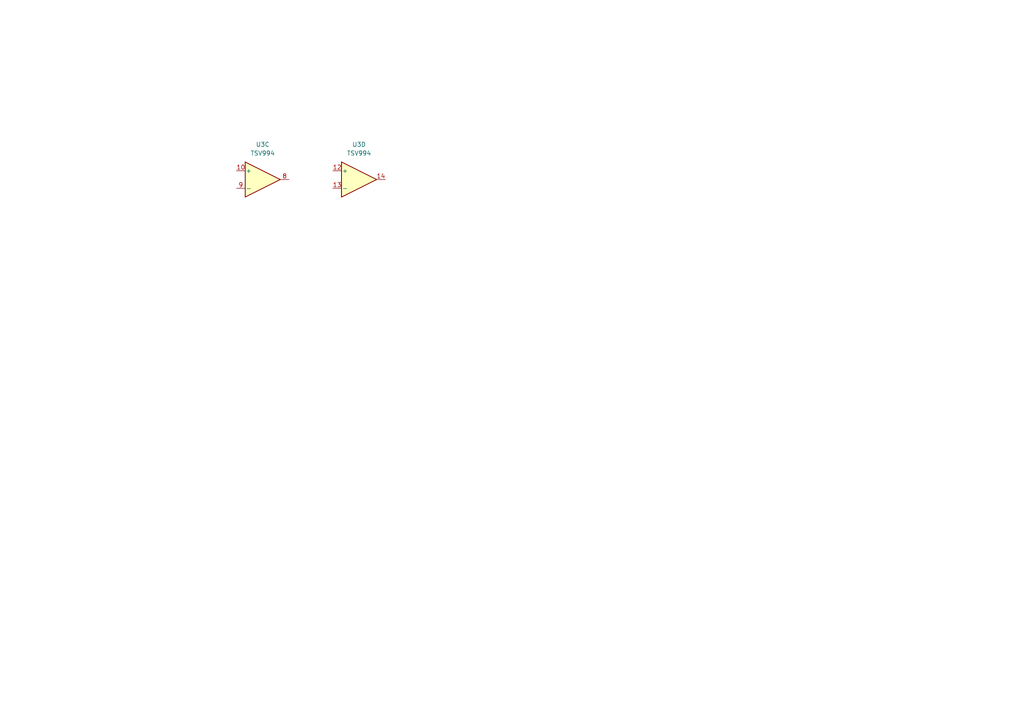
<source format=kicad_sch>
(kicad_sch (version 20231120) (generator "eeschema") (generator_version "8.0")
  (paper "A4")
  (lib_symbols
    (symbol "Amplifier_Operational:TSV994" (pin_names (offset 0.127))
      (property "Reference" "U" (at 0 5.08 0))
      (property "Value" "TSV994" (at 0 -5.08 0))
      (symbol "TSV994_1_1"
        (polyline (pts (xy -5.08 5.08) (xy 5.08 0) (xy -5.08 -5.08) (xy -5.08 5.08)) (stroke (width 0.254)) (fill (type background)))
        (pin output line (at 7.62 0 180) (length 2.54) (name "~") (number "1"))
        (pin input line (at -7.62 -2.54 0) (length 2.54) (name "-") (number "2"))
        (pin input line (at -7.62 2.54 0) (length 2.54) (name "+") (number "3"))
      )
      (symbol "TSV994_2_1"
        (polyline (pts (xy -5.08 5.08) (xy 5.08 0) (xy -5.08 -5.08) (xy -5.08 5.08)) (stroke (width 0.254)) (fill (type background)))
        (pin input line (at -7.62 2.54 0) (length 2.54) (name "+") (number "5"))
        (pin input line (at -7.62 -2.54 0) (length 2.54) (name "-") (number "6"))
        (pin output line (at 7.62 0 180) (length 2.54) (name "~") (number "7"))
      )
      (symbol "TSV994_3_1"
        (polyline (pts (xy -5.08 5.08) (xy 5.08 0) (xy -5.08 -5.08) (xy -5.08 5.08)) (stroke (width 0.254)) (fill (type background)))
        (pin input line (at -7.62 2.54 0) (length 2.54) (name "+") (number "10"))
        (pin output line (at 7.62 0 180) (length 2.54) (name "~") (number "8"))
        (pin input line (at -7.62 -2.54 0) (length 2.54) (name "-") (number "9"))
      )
      (symbol "TSV994_4_1"
        (polyline (pts (xy -5.08 5.08) (xy 5.08 0) (xy -5.08 -5.08) (xy -5.08 5.08)) (stroke (width 0.254)) (fill (type background)))
        (pin input line (at -7.62 2.54 0) (length 2.54) (name "+") (number "12"))
        (pin input line (at -7.62 -2.54 0) (length 2.54) (name "-") (number "13"))
        (pin output line (at 7.62 0 180) (length 2.54) (name "~") (number "14"))
      )
      (symbol "TSV994_5_1"
        (pin power_in line (at -2.54 -7.62 90) (length 3.81) (name "V-") (number "11"))
        (pin power_in line (at -2.54 7.62 270) (length 3.81) (name "V+") (number "4"))
      )
    )
  )
  (symbol (lib_id "Amplifier_Operational:TSV994") (at 76.2 52.07 0) (unit 3)
    (property "Reference" "U3" (at 76.2 41.91 0))
    (property "Value" "TSV994" (at 76.2 44.45 0))
    (property "Datasheet" "https://www.st.com/resource/en/datasheet/tsv994.pdf" (effects (hide yes)))
    (property "Description" "Quad Rail-to-rail, 20 MHz GBP, operational amplifiers, SOIC-14/TSSOP-14" (effects (hide yes)))
  )
  (symbol (lib_id "Amplifier_Operational:TSV994") (at 104.14 52.07 0) (unit 4)
    (property "Reference" "U3" (at 104.14 41.91 0))
    (property "Value" "TSV994" (at 104.14 44.45 0))
    (property "Datasheet" "https://www.st.com/resource/en/datasheet/tsv994.pdf" (effects (hide yes)))
    (property "Description" "Quad Rail-to-rail, 20 MHz GBP, operational amplifiers, SOIC-14/TSSOP-14" (effects (hide yes)))
  )
)
</source>
